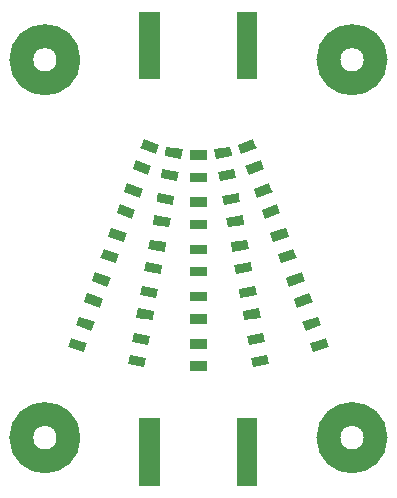
<source format=gbs>
G04 #@! TF.GenerationSoftware,KiCad,Pcbnew,5.0.2-bee76a0~70~ubuntu18.04.1*
G04 #@! TF.CreationDate,2019-07-24T00:54:38+02:00*
G04 #@! TF.ProjectId,DummyLoad,44756d6d-794c-46f6-9164-2e6b69636164,1.1*
G04 #@! TF.SameCoordinates,Original*
G04 #@! TF.FileFunction,Soldermask,Bot*
G04 #@! TF.FilePolarity,Negative*
%FSLAX46Y46*%
G04 Gerber Fmt 4.6, Leading zero omitted, Abs format (unit mm)*
G04 Created by KiCad (PCBNEW 5.0.2-bee76a0~70~ubuntu18.04.1) date Mi 24 Jul 2019 00:54:38 CEST*
%MOMM*%
%LPD*%
G01*
G04 APERTURE LIST*
%ADD10C,2.000000*%
%ADD11C,0.100000*%
G04 APERTURE END LIST*
D10*
X89000000Y-104000000D02*
G75*
G03X89000000Y-104000000I-2000000J0D01*
G01*
X115000000Y-104000000D02*
G75*
G03X115000000Y-104000000I-2000000J0D01*
G01*
X115000000Y-136000000D02*
G75*
G03X115000000Y-136000000I-2000000J0D01*
G01*
X89000000Y-136000000D02*
G75*
G03X89000000Y-136000000I-2000000J0D01*
G01*
D11*
G36*
X105001000Y-140051000D02*
X103249000Y-140051000D01*
X103249000Y-134349000D01*
X105001000Y-134349000D01*
X105001000Y-140051000D01*
X105001000Y-140051000D01*
G37*
G36*
X96751000Y-140051000D02*
X94999000Y-140051000D01*
X94999000Y-134349000D01*
X96751000Y-134349000D01*
X96751000Y-140051000D01*
X96751000Y-140051000D01*
G37*
G36*
X100701000Y-130351000D02*
X99299000Y-130351000D01*
X99299000Y-129549000D01*
X100701000Y-129549000D01*
X100701000Y-130351000D01*
X100701000Y-130351000D01*
G37*
G36*
X95559221Y-129221810D02*
X95419955Y-130011626D01*
X94039255Y-129768172D01*
X94178521Y-128978356D01*
X95559221Y-129221810D01*
X95559221Y-129221810D01*
G37*
G36*
X105960745Y-129768172D02*
X104580045Y-130011626D01*
X104440779Y-129221811D01*
X104440779Y-129221810D01*
X105821479Y-128978356D01*
X105960745Y-129768172D01*
X105960745Y-129768172D01*
G37*
G36*
X90250987Y-127897038D02*
X90552372Y-128006733D01*
X90278072Y-128760367D01*
X90278071Y-128760367D01*
X88960622Y-128280855D01*
X89100320Y-127897038D01*
X89234922Y-127527221D01*
X89234923Y-127527221D01*
X90250987Y-127897038D01*
X90250987Y-127897038D01*
G37*
G36*
X110899680Y-127897038D02*
X111039378Y-128280855D01*
X109721929Y-128760367D01*
X109721928Y-128760367D01*
X109447628Y-128006733D01*
X109749013Y-127897038D01*
X110765077Y-127527221D01*
X110765078Y-127527221D01*
X110899680Y-127897038D01*
X110899680Y-127897038D01*
G37*
G36*
X100701000Y-128451000D02*
X99299000Y-128451000D01*
X99299000Y-127649000D01*
X100701000Y-127649000D01*
X100701000Y-128451000D01*
X100701000Y-128451000D01*
G37*
G36*
X95889153Y-127350676D02*
X95889153Y-127350677D01*
X95749887Y-128140492D01*
X94369187Y-127897038D01*
X94508453Y-127107222D01*
X95889153Y-127350676D01*
X95889153Y-127350676D01*
G37*
G36*
X105630813Y-127897038D02*
X104250113Y-128140492D01*
X104110847Y-127350677D01*
X104110847Y-127350676D01*
X105491547Y-127107222D01*
X105630813Y-127897038D01*
X105630813Y-127897038D01*
G37*
G36*
X110389540Y-126495439D02*
X109072091Y-126974951D01*
X109072090Y-126974951D01*
X108797790Y-126221317D01*
X109206950Y-126072395D01*
X110115239Y-125741805D01*
X110115240Y-125741805D01*
X110389540Y-126495439D01*
X110389540Y-126495439D01*
G37*
G36*
X90793050Y-126072395D02*
X91202210Y-126221317D01*
X90927910Y-126974951D01*
X90927909Y-126974951D01*
X89610460Y-126495439D01*
X89884760Y-125741805D01*
X89884761Y-125741805D01*
X90793050Y-126072395D01*
X90793050Y-126072395D01*
G37*
G36*
X100701000Y-126351000D02*
X99299000Y-126351000D01*
X99299000Y-125549000D01*
X100701000Y-125549000D01*
X100701000Y-126351000D01*
X100701000Y-126351000D01*
G37*
G36*
X105266153Y-125828941D02*
X103885453Y-126072395D01*
X103746187Y-125282579D01*
X105126887Y-125039125D01*
X105266153Y-125828941D01*
X105266153Y-125828941D01*
G37*
G36*
X96253813Y-125282579D02*
X96253813Y-125282580D01*
X96114547Y-126072395D01*
X94733847Y-125828941D01*
X94873113Y-125039125D01*
X96253813Y-125282579D01*
X96253813Y-125282579D01*
G37*
G36*
X109671298Y-124522084D02*
X108353849Y-125001596D01*
X108353848Y-125001596D01*
X108079548Y-124247962D01*
X108876743Y-123957807D01*
X109396997Y-123768450D01*
X109396998Y-123768450D01*
X109671298Y-124522084D01*
X109671298Y-124522084D01*
G37*
G36*
X91123257Y-123957807D02*
X91920452Y-124247962D01*
X91646152Y-125001596D01*
X91646151Y-125001596D01*
X90328702Y-124522084D01*
X90603002Y-123768450D01*
X90603003Y-123768450D01*
X91123257Y-123957807D01*
X91123257Y-123957807D01*
G37*
G36*
X100701000Y-124451000D02*
X99299000Y-124451000D01*
X99299000Y-123649000D01*
X100701000Y-123649000D01*
X100701000Y-124451000D01*
X100701000Y-124451000D01*
G37*
G36*
X104936221Y-123957807D02*
X103555521Y-124201261D01*
X103416255Y-123411445D01*
X104796955Y-123167991D01*
X104936221Y-123957807D01*
X104936221Y-123957807D01*
G37*
G36*
X96583745Y-123411445D02*
X96583745Y-123411446D01*
X96444479Y-124201261D01*
X95063779Y-123957807D01*
X95203045Y-123167991D01*
X96583745Y-123411445D01*
X96583745Y-123411445D01*
G37*
G36*
X108921688Y-122462546D02*
X109021460Y-122736668D01*
X107704011Y-123216180D01*
X107704010Y-123216180D01*
X107429710Y-122462546D01*
X107736180Y-122351000D01*
X108747159Y-121983034D01*
X108747160Y-121983034D01*
X108921688Y-122462546D01*
X108921688Y-122462546D01*
G37*
G36*
X92263820Y-122351000D02*
X92570290Y-122462546D01*
X92295990Y-123216180D01*
X92295989Y-123216180D01*
X90978540Y-122736668D01*
X91078312Y-122462546D01*
X91252840Y-121983034D01*
X91252841Y-121983034D01*
X92263820Y-122351000D01*
X92263820Y-122351000D01*
G37*
G36*
X100701000Y-122351000D02*
X99299000Y-122351000D01*
X99299000Y-121549000D01*
X100701000Y-121549000D01*
X100701000Y-122351000D01*
X100701000Y-122351000D01*
G37*
G36*
X96948406Y-121343348D02*
X96948406Y-121343349D01*
X96809140Y-122133164D01*
X95428440Y-121889710D01*
X95567706Y-121099894D01*
X96948406Y-121343348D01*
X96948406Y-121343348D01*
G37*
G36*
X104571560Y-121889710D02*
X103190860Y-122133164D01*
X103051594Y-121343348D01*
X104432294Y-121099894D01*
X104571560Y-121889710D01*
X104571560Y-121889710D01*
G37*
G36*
X108189544Y-120451000D02*
X108303217Y-120763314D01*
X106985768Y-121242826D01*
X106985767Y-121242826D01*
X106711467Y-120489192D01*
X107335590Y-120262030D01*
X108028916Y-120009680D01*
X108028917Y-120009680D01*
X108189544Y-120451000D01*
X108189544Y-120451000D01*
G37*
G36*
X92664410Y-120262030D02*
X93288533Y-120489192D01*
X93014233Y-121242826D01*
X93014232Y-121242826D01*
X91696783Y-120763314D01*
X91810456Y-120451000D01*
X91971083Y-120009680D01*
X91971084Y-120009680D01*
X92664410Y-120262030D01*
X92664410Y-120262030D01*
G37*
G36*
X100701000Y-120451000D02*
X99299000Y-120451000D01*
X99299000Y-119649000D01*
X100701000Y-119649000D01*
X100701000Y-120451000D01*
X100701000Y-120451000D01*
G37*
G36*
X97278338Y-119472214D02*
X97278338Y-119472215D01*
X97139072Y-120262030D01*
X95758372Y-120018576D01*
X95759941Y-120009680D01*
X95897638Y-119228760D01*
X97278338Y-119472214D01*
X97278338Y-119472214D01*
G37*
G36*
X104240060Y-120009680D02*
X104241628Y-120018576D01*
X102860928Y-120262030D01*
X102721662Y-119472214D01*
X104102362Y-119228760D01*
X104240060Y-120009680D01*
X104240060Y-120009680D01*
G37*
G36*
X92969126Y-118351000D02*
X93938371Y-118703776D01*
X93664071Y-119457410D01*
X93664070Y-119457410D01*
X92346621Y-118977898D01*
X92446393Y-118703776D01*
X92620921Y-118224264D01*
X92620922Y-118224264D01*
X92969126Y-118351000D01*
X92969126Y-118351000D01*
G37*
G36*
X107553607Y-118703776D02*
X107653379Y-118977898D01*
X106335930Y-119457410D01*
X106335929Y-119457410D01*
X106061629Y-118703776D01*
X107030874Y-118351000D01*
X107379078Y-118224264D01*
X107379079Y-118224264D01*
X107553607Y-118703776D01*
X107553607Y-118703776D01*
G37*
G36*
X100701000Y-118351000D02*
X99299000Y-118351000D01*
X99299000Y-117549000D01*
X100701000Y-117549000D01*
X100701000Y-118351000D01*
X100701000Y-118351000D01*
G37*
G36*
X97642999Y-117404117D02*
X97503733Y-118193933D01*
X96123033Y-117950479D01*
X96262299Y-117160663D01*
X97642999Y-117404117D01*
X97642999Y-117404117D01*
G37*
G36*
X103876967Y-117950479D02*
X102496267Y-118193933D01*
X102357001Y-117404118D01*
X102357001Y-117404117D01*
X103737701Y-117160663D01*
X103876967Y-117950479D01*
X103876967Y-117950479D01*
G37*
G36*
X106835364Y-116730422D02*
X106935136Y-117004544D01*
X105617687Y-117484056D01*
X105617686Y-117484056D01*
X105343386Y-116730422D01*
X106660835Y-116250910D01*
X106660836Y-116250910D01*
X106835364Y-116730422D01*
X106835364Y-116730422D01*
G37*
G36*
X94656614Y-116730422D02*
X94382314Y-117484056D01*
X94382313Y-117484056D01*
X93064864Y-117004544D01*
X93164636Y-116730422D01*
X93339164Y-116250910D01*
X93339165Y-116250910D01*
X94656614Y-116730422D01*
X94656614Y-116730422D01*
G37*
G36*
X100701000Y-116451000D02*
X99299000Y-116451000D01*
X99299000Y-115649000D01*
X100701000Y-115649000D01*
X100701000Y-116451000D01*
X100701000Y-116451000D01*
G37*
G36*
X97972931Y-115532983D02*
X97972931Y-115532984D01*
X97833665Y-116322799D01*
X96452965Y-116079345D01*
X96528847Y-115649000D01*
X96592231Y-115289529D01*
X97972931Y-115532983D01*
X97972931Y-115532983D01*
G37*
G36*
X103471154Y-115649000D02*
X103547035Y-116079345D01*
X102166335Y-116322799D01*
X102027069Y-115532984D01*
X102027069Y-115532983D01*
X103407769Y-115289529D01*
X103471154Y-115649000D01*
X103471154Y-115649000D01*
G37*
G36*
X106185526Y-114945006D02*
X106285298Y-115219128D01*
X104967849Y-115698640D01*
X104967848Y-115698640D01*
X104693548Y-114945006D01*
X106010997Y-114465494D01*
X106010998Y-114465494D01*
X106185526Y-114945006D01*
X106185526Y-114945006D01*
G37*
G36*
X95306452Y-114945006D02*
X95032152Y-115698640D01*
X95032151Y-115698640D01*
X93714702Y-115219128D01*
X93814474Y-114945006D01*
X93989002Y-114465494D01*
X93989003Y-114465494D01*
X95306452Y-114945006D01*
X95306452Y-114945006D01*
G37*
G36*
X100701000Y-114351000D02*
X99299000Y-114351000D01*
X99299000Y-113549000D01*
X100701000Y-113549000D01*
X100701000Y-114351000D01*
X100701000Y-114351000D01*
G37*
G36*
X103182375Y-114011248D02*
X101801675Y-114254702D01*
X101662409Y-113464887D01*
X101662409Y-113464886D01*
X103043109Y-113221432D01*
X103182375Y-114011248D01*
X103182375Y-114011248D01*
G37*
G36*
X98337591Y-113464886D02*
X98337591Y-113464887D01*
X98291676Y-113725285D01*
X98198325Y-114254702D01*
X96817625Y-114011248D01*
X96956891Y-113221432D01*
X98337591Y-113464886D01*
X98337591Y-113464886D01*
G37*
G36*
X96024694Y-112971651D02*
X95750394Y-113725285D01*
X95750393Y-113725285D01*
X94432944Y-113245773D01*
X94532716Y-112971651D01*
X94707244Y-112492139D01*
X94707245Y-112492139D01*
X96024694Y-112971651D01*
X96024694Y-112971651D01*
G37*
G36*
X105467284Y-112971651D02*
X105567056Y-113245773D01*
X104249607Y-113725285D01*
X104249606Y-113725285D01*
X103975306Y-112971651D01*
X105292755Y-112492139D01*
X105292756Y-112492139D01*
X105467284Y-112971651D01*
X105467284Y-112971651D01*
G37*
G36*
X100701000Y-112451000D02*
X99299000Y-112451000D01*
X99299000Y-111649000D01*
X100701000Y-111649000D01*
X100701000Y-112451000D01*
X100701000Y-112451000D01*
G37*
G36*
X102817135Y-111939869D02*
X102852443Y-112140114D01*
X101471743Y-112383568D01*
X101332477Y-111593753D01*
X101332477Y-111593752D01*
X102713177Y-111350298D01*
X102817135Y-111939869D01*
X102817135Y-111939869D01*
G37*
G36*
X98667523Y-111593752D02*
X98528257Y-112383568D01*
X97147557Y-112140114D01*
X97182866Y-111939869D01*
X97286823Y-111350298D01*
X98667523Y-111593752D01*
X98667523Y-111593752D01*
G37*
G36*
X104817446Y-111186235D02*
X104917218Y-111460357D01*
X103599769Y-111939869D01*
X103599768Y-111939869D01*
X103325468Y-111186235D01*
X104642917Y-110706723D01*
X104642918Y-110706723D01*
X104817446Y-111186235D01*
X104817446Y-111186235D01*
G37*
G36*
X96674532Y-111186235D02*
X96400232Y-111939869D01*
X96400231Y-111939869D01*
X95082782Y-111460357D01*
X95182554Y-111186235D01*
X95357082Y-110706723D01*
X95357083Y-110706723D01*
X96674532Y-111186235D01*
X96674532Y-111186235D01*
G37*
G36*
X96751000Y-105651000D02*
X94999000Y-105651000D01*
X94999000Y-99949000D01*
X96751000Y-99949000D01*
X96751000Y-105651000D01*
X96751000Y-105651000D01*
G37*
G36*
X105001000Y-105651000D02*
X103249000Y-105651000D01*
X103249000Y-99949000D01*
X105001000Y-99949000D01*
X105001000Y-105651000D01*
X105001000Y-105651000D01*
G37*
M02*

</source>
